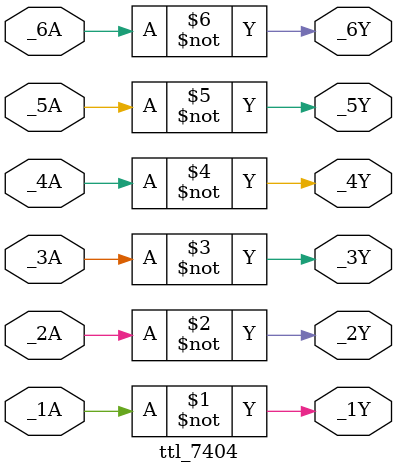
<source format=v>
/*
    74244	
    Hex Inverter
    
    74LS05	
    Hex Inverter; Open Collector Outputs
    
    74LS06	
    Hex Inverter; Open Collector High Voltage Outputs
    
    74LS07	
    Hex Buffer; Open Collector High Voltage Outputs
                _____   _____
        1A   1 |*    \_/     | 14  Vcc
        1Y   2 |             | 13  6A
        2A   3 |             | 12  6Y
        2Y   4 |             | 11  5A
        3A   5 |             | 10  5Y
        3Y   6 |             | 9   4A
       GND   7 |_____________| 8   4Y
*/

module ttl_7404(
    input _1A, output _1Y,
    input _2A, output _2Y,
    input _3A, output _3Y,
    input _4A, output _4Y,
    input _5A, output _5Y,
    input _6A, output _6Y
);
    not(_1Y,_1A);
    not(_2Y,_2A);
    not(_3Y,_3A);
    not(_4Y,_4A);
    not(_5Y,_5A);
    not(_6Y,_6A);    
endmodule
</source>
